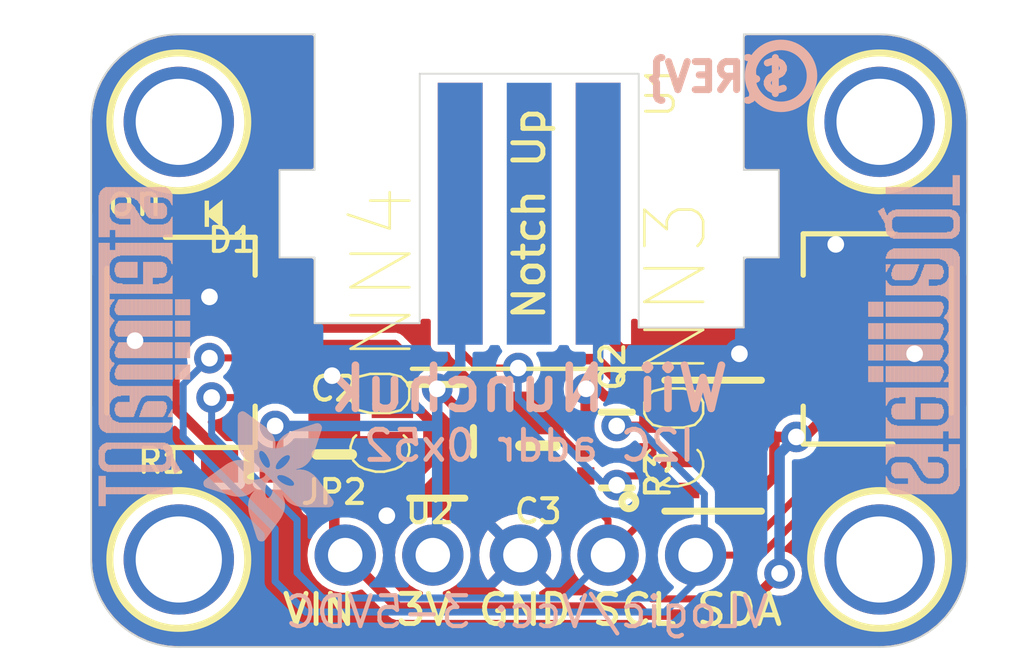
<source format=kicad_pcb>
(kicad_pcb (version 20221018) (generator pcbnew)
  (layers (0 "F.Cu" signal) (31 "B.Cu" signal) (34 "B.Paste" user) (35 "F.Paste" user) (36 "B.SilkS" user "B.Silkscreen") (37 "F.SilkS" user "F.Silkscreen") (38 "B.Mask" user) (39 "F.Mask" user) (44 "Edge.Cuts" user))
  (net 0 "")
  (net 1 "GND")
  (net 2 "SDA")
  (net 3 "SCL")
  (net 4 "SCL_3V")
  (net 5 "SDA_3V")
  (net 6 "3.3V")
  (net 7 "VCC")
  (net 8 "N$1")
  (footprint "working:WIICHUCK" (layer "F.Cu") (at 148.5011 101.3206 -90)
    (fp_text reference "U1" (at -4.445 -3.81 90) (layer "F.SilkS") (effects (font (size 0.801967 0.801967) (thickness 0.087033)) (justify right)))
    (fp_text value "")
    (pad "1" smd rect (at 0 -2 270) (size 7.6 1.3) (layers "F.Cu" "F.Mask") (net 1 "GND"))
    (pad "2" smd rect (at 0 0 90) (size 7.6 1.3) (layers "B.Cu" "B.Mask"))
    (pad "3" smd rect (at 0 2 270) (size 7.6 1.3) (layers "F.Cu" "F.Mask") (net 4 "SCL_3V"))
    (pad "4" smd rect (at 0 2 270) (size 7.6 1.3) (layers "B.Cu" "B.Mask") (net 6 "3.3V"))
    (pad "5" smd rect (at 0 -2 270) (size 7.6 1.3) (layers "B.Cu" "B.Mask") (net 5 "SDA_3V"))
  )
  (footprint "working:FIDUCIAL_1MM" (layer "F.Cu") (at 141.1986 97.2566)
    (fp_text reference "FID3" hide)
    (fp_text value "FIDUCIAL_1MM" hide)
    (pad "1" smd roundrect (at 0 0) (size 1 1) (layers "F.Cu" "F.Mask") (roundrect_rratio 0.5))
  )
  (footprint "working:0603-NO" (layer "F.Cu") (at 140.3731 108.6231 180)
    (fp_text reference "R1" (at 1.778 0.127) (layer "F.SilkS") (effects (font (size 0.692831 0.692831) (thickness 0.119969)) (justify right)))
    (fp_text value "10K")
    (pad "1" smd rect (at -0.85 0 180) (size 1.075 1) (layers "F.Cu" "F.Paste" "F.Mask") (net 6 "3.3V"))
    (pad "2" smd rect (at 0.85 0 180) (size 1.075 1) (layers "F.Cu" "F.Paste" "F.Mask") (net 8 "N$1"))
  )
  (footprint "working:FIDUCIAL_1MM" (layer "F.Cu") (at 155.8036 97.1931)
    (fp_text reference "FID4" hide)
    (fp_text value "FIDUCIAL_1MM" hide)
    (pad "1" smd roundrect (at 0 0) (size 1 1) (layers "F.Cu" "F.Mask") (roundrect_rratio 0.5))
  )
  (footprint "working:1X05_ROUND_70" (layer "F.Cu") (at 148.2471 111.2266)
    (fp_text reference "JP2" (at -6.4262 -1.8288) (layer "F.SilkS") (effects (font (size 0.692831 0.692831) (thickness 0.119969)) (justify left)))
    (fp_text value "")
    (pad "1" thru_hole circle (at -5.08 0 90) (size 1.778 1.778) (drill 1) (layers "*.Cu" "*.Mask") (net 7 "VCC"))
    (pad "2" thru_hole circle (at -2.54 0 90) (size 1.778 1.778) (drill 1) (layers "*.Cu" "*.Mask") (net 6 "3.3V"))
    (pad "3" thru_hole circle (at 0 0 90) (size 1.778 1.778) (drill 1) (layers "*.Cu" "*.Mask") (net 1 "GND"))
    (pad "4" thru_hole circle (at 2.54 0 90) (size 1.778 1.778) (drill 1) (layers "*.Cu" "*.Mask") (net 3 "SCL"))
    (pad "5" thru_hole circle (at 5.08 0 90) (size 1.778 1.778) (drill 1) (layers "*.Cu" "*.Mask") (net 2 "SDA"))
  )
  (footprint "working:SOT363" (layer "F.Cu") (at 151.0411 108.1786 90)
    (fp_text reference "Q2" (at 1.651 -0.127 90) (layer "F.SilkS") (effects (font (size 0.692831 0.692831) (thickness 0.119969)) (justify left)))
    (fp_text value "BSS138")
    (pad "1" smd rect (at -0.75 0.9 90) (size 0.5 0.5) (layers "F.Cu" "F.Paste" "F.Mask") (net 4 "SCL_3V"))
    (pad "2" smd rect (at 0 0.9 90) (size 0.4 0.5) (layers "F.Cu" "F.Paste" "F.Mask") (net 6 "3.3V"))
    (pad "3" smd rect (at 0.75 0.9 90) (size 0.5 0.5) (layers "F.Cu" "F.Paste" "F.Mask") (net 2 "SDA"))
    (pad "4" smd rect (at 0.75 -0.9 90) (size 0.5 0.5) (layers "F.Cu" "F.Paste" "F.Mask") (net 5 "SDA_3V"))
    (pad "5" smd rect (at 0 -0.9 90) (size 0.4 0.5) (layers "F.Cu" "F.Paste" "F.Mask") (net 6 "3.3V"))
    (pad "6" smd rect (at -0.75 -0.9 90) (size 0.5 0.5) (layers "F.Cu" "F.Paste" "F.Mask") (net 3 "SCL"))
  )
  (footprint "working:MOUNTINGHOLE_2.5_PLATED" (layer "F.Cu") (at 158.6611 98.6536)
    (fp_text reference "U$17" hide)
    (fp_text value "MOUNTINGHOLE2.5" hide)
    (pad "P$1" thru_hole circle (at 0 0) (size 3.2 3.2) (drill 2.5) (layers "*.Cu" "*.Mask"))
    (zone (net 0) (net_name "") (layer "F.Cu") (connect_pads (clearance 0)) (min_thickness 0.25)
      (keepout (tracks not_allowed) (vias not_allowed) (pads not_allowed) (copperpour not_allowed) (footprints allowed))
      (fill (thermal_gap 0.5) (thermal_bridge_width 0.5))
      (polygon (pts (xy 160.6771 98.6536) (xy 160.65748 98.373027) (xy 160.599004 98.097915) (xy 160.502808 97.833619) (xy 160.370765 97.585283) (xy 160.205446 97.35774) (xy 160.010067 97.15542) (xy 159.788433 96.98226) (xy 159.544856 96.841631) (xy 159.284078 96.73627) (xy 159.011175 96.668228) (xy 158.731457 96.638828) (xy 158.450371 96.648644) (xy 158.173385 96.697484) (xy 157.905893 96.784397) (xy 157.6531 96.907693) (xy 157.419926 97.06497) (xy 157.210911 97.253169) (xy 157.030122 97.468625) (xy 156.881078 97.707145) (xy 156.76668 97.964087) (xy 156.689154 98.23445) (xy 156.650011 98.512971) (xy 156.650011 98.794229) (xy 156.689154 99.07275) (xy 156.76668 99.343113) (xy 156.881078 99.600055) (xy 157.030122 99.838575) (xy 157.210911 100.054031) (xy 157.419926 100.24223) (xy 157.6531 100.399507) (xy 157.905893 100.522803) (xy 158.173385 100.609716) (xy 158.450371 100.658556) (xy 158.731457 100.668372) (xy 159.011175 100.638972) (xy 159.284078 100.57093) (xy 159.544856 100.465569) (xy 159.788433 100.32494) (xy 160.010067 100.15178) (xy 160.205446 99.94946) (xy 160.370765 99.721917) (xy 160.502808 99.473581) (xy 160.599004 99.209285) (xy 160.65748 98.934173)))
      (polygon (pts (xy 158.6451 98.6536) (xy 158.649786 98.664914) (xy 158.6611 98.6696) (xy 158.672414 98.664914) (xy 158.6771 98.6536) (xy 158.672414 98.642286) (xy 158.6611 98.6376) (xy 158.649786 98.642286)))
    )
    (zone (net 0) (net_name "") (layer "B.Cu") (connect_pads (clearance 0)) (min_thickness 0.25)
      (keepout (tracks not_allowed) (vias not_allowed) (pads not_allowed) (copperpour not_allowed) (footprints allowed))
      (fill (thermal_gap 0.5) (thermal_bridge_width 0.5))
      (polygon (pts (xy 160.6771 98.6536) (xy 160.65748 98.373027) (xy 160.599004 98.097915) (xy 160.502808 97.833619) (xy 160.370765 97.585283) (xy 160.205446 97.35774) (xy 160.010067 97.15542) (xy 159.788433 96.98226) (xy 159.544856 96.841631) (xy 159.284078 96.73627) (xy 159.011175 96.668228) (xy 158.731457 96.638828) (xy 158.450371 96.648644) (xy 158.173385 96.697484) (xy 157.905893 96.784397) (xy 157.6531 96.907693) (xy 157.419926 97.06497) (xy 157.210911 97.253169) (xy 157.030122 97.468625) (xy 156.881078 97.707145) (xy 156.76668 97.964087) (xy 156.689154 98.23445) (xy 156.650011 98.512971) (xy 156.650011 98.794229) (xy 156.689154 99.07275) (xy 156.76668 99.343113) (xy 156.881078 99.600055) (xy 157.030122 99.838575) (xy 157.210911 100.054031) (xy 157.419926 100.24223) (xy 157.6531 100.399507) (xy 157.905893 100.522803) (xy 158.173385 100.609716) (xy 158.450371 100.658556) (xy 158.731457 100.668372) (xy 159.011175 100.638972) (xy 159.284078 100.57093) (xy 159.544856 100.465569) (xy 159.788433 100.32494) (xy 160.010067 100.15178) (xy 160.205446 99.94946) (xy 160.370765 99.721917) (xy 160.502808 99.473581) (xy 160.599004 99.209285) (xy 160.65748 98.934173)))
      (polygon (pts (xy 158.6451 98.6536) (xy 158.649786 98.664914) (xy 158.6611 98.6696) (xy 158.672414 98.664914) (xy 158.6771 98.6536) (xy 158.672414 98.642286) (xy 158.6611 98.6376) (xy 158.649786 98.642286)))
    )
  )
  (footprint "working:0805-NO" (layer "F.Cu") (at 148.7551 108.0516 -90)
    (fp_text reference "C3" (at 1.905 -0.762) (layer "F.SilkS") (effects (font (size 0.692831 0.692831) (thickness 0.119969)) (justify right)))
    (fp_text value "10uF")
    (pad "1" smd rect (at -0.95 0 270) (size 1.24 1.5) (layers "F.Cu" "F.Paste" "F.Mask") (net 6 "3.3V"))
    (pad "2" smd rect (at 0.95 0 270) (size 1.24 1.5) (layers "F.Cu" "F.Paste" "F.Mask") (net 1 "GND"))
  )
  (footprint "working:SOT23-5" (layer "F.Cu") (at 145.8341 107.9246 -90)
    (fp_text reference "U2" (at 2.032 -0.562) (layer "F.SilkS") (effects (font (size 0.692831 0.692831) (thickness 0.119969)) (justify right)))
    (fp_text value "AP2112K-3.3")
    (pad "1" smd rect (at -0.95 1.3001 270) (size 0.55 1.2) (layers "F.Cu" "F.Paste" "F.Mask") (net 7 "VCC"))
    (pad "2" smd rect (at 0 1.3001 270) (size 0.55 1.2) (layers "F.Cu" "F.Paste" "F.Mask") (net 1 "GND"))
    (pad "3" smd rect (at 0.95 1.3001 270) (size 0.55 1.2) (layers "F.Cu" "F.Paste" "F.Mask") (net 7 "VCC"))
    (pad "4" smd rect (at 0.95 -1.3001 270) (size 0.55 1.2) (layers "F.Cu" "F.Paste" "F.Mask"))
    (pad "5" smd rect (at -0.95 -1.3001 270) (size 0.55 1.2) (layers "F.Cu" "F.Paste" "F.Mask") (net 6 "3.3V"))
  )
  (footprint "working:MOUNTINGHOLE_2.5_PLATED" (layer "F.Cu") (at 138.3411 111.3536)
    (fp_text reference "U$19" hide)
    (fp_text value "MOUNTINGHOLE2.5" hide)
    (pad "P$1" thru_hole circle (at 0 0) (size 3.2 3.2) (drill 2.5) (layers "*.Cu" "*.Mask"))
    (zone (net 0) (net_name "") (layer "F.Cu") (connect_pads (clearance 0)) (min_thickness 0.25)
      (keepout (tracks not_allowed) (vias not_allowed) (pads not_allowed) (copperpour not_allowed) (footprints allowed))
      (fill (thermal_gap 0.5) (thermal_bridge_width 0.5))
      (polygon (pts (xy 140.3571 111.3536) (xy 140.33748 111.073027) (xy 140.279004 110.797915) (xy 140.182808 110.533619) (xy 140.050765 110.285283) (xy 139.885446 110.05774) (xy 139.690067 109.85542) (xy 139.468433 109.68226) (xy 139.224856 109.541631) (xy 138.964078 109.43627) (xy 138.691175 109.368228) (xy 138.411457 109.338828) (xy 138.130371 109.348644) (xy 137.853385 109.397484) (xy 137.585893 109.484397) (xy 137.3331 109.607693) (xy 137.099926 109.76497) (xy 136.890911 109.953169) (xy 136.710122 110.168625) (xy 136.561078 110.407145) (xy 136.44668 110.664087) (xy 136.369154 110.93445) (xy 136.330011 111.212971) (xy 136.330011 111.494229) (xy 136.369154 111.77275) (xy 136.44668 112.043113) (xy 136.561078 112.300055) (xy 136.710122 112.538575) (xy 136.890911 112.754031) (xy 137.099926 112.94223) (xy 137.3331 113.099507) (xy 137.585893 113.222803) (xy 137.853385 113.309716) (xy 138.130371 113.358556) (xy 138.411457 113.368372) (xy 138.691175 113.338972) (xy 138.964078 113.27093) (xy 139.224856 113.165569) (xy 139.468433 113.02494) (xy 139.690067 112.85178) (xy 139.885446 112.64946) (xy 140.050765 112.421917) (xy 140.182808 112.173581) (xy 140.279004 111.909285) (xy 140.33748 111.634173)))
      (polygon (pts (xy 138.3251 111.3536) (xy 138.329786 111.364914) (xy 138.3411 111.3696) (xy 138.352414 111.364914) (xy 138.3571 111.3536) (xy 138.352414 111.342286) (xy 138.3411 111.3376) (xy 138.329786 111.342286)))
    )
    (zone (net 0) (net_name "") (layer "B.Cu") (connect_pads (clearance 0)) (min_thickness 0.25)
      (keepout (tracks not_allowed) (vias not_allowed) (pads not_allowed) (copperpour not_allowed) (footprints allowed))
      (fill (thermal_gap 0.5) (thermal_bridge_width 0.5))
      (polygon (pts (xy 140.3571 111.3536) (xy 140.33748 111.073027) (xy 140.279004 110.797915) (xy 140.182808 110.533619) (xy 140.050765 110.285283) (xy 139.885446 110.05774) (xy 139.690067 109.85542) (xy 139.468433 109.68226) (xy 139.224856 109.541631) (xy 138.964078 109.43627) (xy 138.691175 109.368228) (xy 138.411457 109.338828) (xy 138.130371 109.348644) (xy 137.853385 109.397484) (xy 137.585893 109.484397) (xy 137.3331 109.607693) (xy 137.099926 109.76497) (xy 136.890911 109.953169) (xy 136.710122 110.168625) (xy 136.561078 110.407145) (xy 136.44668 110.664087) (xy 136.369154 110.93445) (xy 136.330011 111.212971) (xy 136.330011 111.494229) (xy 136.369154 111.77275) (xy 136.44668 112.043113) (xy 136.561078 112.300055) (xy 136.710122 112.538575) (xy 136.890911 112.754031) (xy 137.099926 112.94223) (xy 137.3331 113.099507) (xy 137.585893 113.222803) (xy 137.853385 113.309716) (xy 138.130371 113.358556) (xy 138.411457 113.368372) (xy 138.691175 113.338972) (xy 138.964078 113.27093) (xy 139.224856 113.165569) (xy 139.468433 113.02494) (xy 139.690067 112.85178) (xy 139.885446 112.64946) (xy 140.050765 112.421917) (xy 140.182808 112.173581) (xy 140.279004 111.909285) (xy 140.33748 111.634173)))
      (polygon (pts (xy 138.3251 111.3536) (xy 138.329786 111.364914) (xy 138.3411 111.3696) (xy 138.352414 111.364914) (xy 138.3571 111.3536) (xy 138.352414 111.342286) (xy 138.3411 111.3376) (xy 138.329786 111.342286)))
    )
  )
  (footprint "working:MOUNTINGHOLE_2.5_PLATED" (layer "F.Cu") (at 158.6611 111.3536)
    (fp_text reference "U$21" hide)
    (fp_text value "MOUNTINGHOLE2.5" hide)
    (pad "P$1" thru_hole circle (at 0 0) (size 3.2 3.2) (drill 2.5) (layers "*.Cu" "*.Mask"))
    (zone (net 0) (net_name "") (layer "F.Cu") (connect_pads (clearance 0)) (min_thickness 0.25)
      (keepout (tracks not_allowed) (vias not_allowed) (pads not_allowed) (copperpour not_allowed) (footprints allowed))
      (fill (thermal_gap 0.5) (thermal_bridge_width 0.5))
      (polygon (pts (xy 160.6771 111.3536) (xy 160.65748 111.073027) (xy 160.599004 110.797915) (xy 160.502808 110.533619) (xy 160.370765 110.285283) (xy 160.205446 110.05774) (xy 160.010067 109.85542) (xy 159.788433 109.68226) (xy 159.544856 109.541631) (xy 159.284078 109.43627) (xy 159.011175 109.368228) (xy 158.731457 109.338828) (xy 158.450371 109.348644) (xy 158.173385 109.397484) (xy 157.905893 109.484397) (xy 157.6531 109.607693) (xy 157.419926 109.76497) (xy 157.210911 109.953169) (xy 157.030122 110.168625) (xy 156.881078 110.407145) (xy 156.76668 110.664087) (xy 156.689154 110.93445) (xy 156.650011 111.212971) (xy 156.650011 111.494229) (xy 156.689154 111.77275) (xy 156.76668 112.043113) (xy 156.881078 112.300055) (xy 157.030122 112.538575) (xy 157.210911 112.754031) (xy 157.419926 112.94223) (xy 157.6531 113.099507) (xy 157.905893 113.222803) (xy 158.173385 113.309716) (xy 158.450371 113.358556) (xy 158.731457 113.368372) (xy 159.011175 113.338972) (xy 159.284078 113.27093) (xy 159.544856 113.165569) (xy 159.788433 113.02494) (xy 160.010067 112.85178) (xy 160.205446 112.64946) (xy 160.370765 112.421917) (xy 160.502808 112.173581) (xy 160.599004 111.909285) (xy 160.65748 111.634173)))
      (polygon (pts (xy 158.6451 111.3536) (xy 158.649786 111.364914) (xy 158.6611 111.3696) (xy 158.672414 111.364914) (xy 158.6771 111.3536) (xy 158.672414 111.342286) (xy 158.6611 111.3376) (xy 158.649786 111.342286)))
    )
    (zone (net 0) (net_name "") (layer "B.Cu") (connect_pads (clearance 0)) (min_thickness 0.25)
      (keepout (tracks not_allowed) (vias not_allowed) (pads not_allowed) (copperpour not_allowed) (footprints allowed))
      (fill (thermal_gap 0.5) (thermal_bridge_width 0.5))
      (polygon (pts (xy 160.6771 111.3536) (xy 160.65748 111.073027) (xy 160.599004 110.797915) (xy 160.502808 110.533619) (xy 160.370765 110.285283) (xy 160.205446 110.05774) (xy 160.010067 109.85542) (xy 159.788433 109.68226) (xy 159.544856 109.541631) (xy 159.284078 109.43627) (xy 159.011175 109.368228) (xy 158.731457 109.338828) (xy 158.450371 109.348644) (xy 158.173385 109.397484) (xy 157.905893 109.484397) (xy 157.6531 109.607693) (xy 157.419926 109.76497) (xy 157.210911 109.953169) (xy 157.030122 110.168625) (xy 156.881078 110.407145) (xy 156.76668 110.664087) (xy 156.689154 110.93445) (xy 156.650011 111.212971) (xy 156.650011 111.494229) (xy 156.689154 111.77275) (xy 156.76668 112.043113) (xy 156.881078 112.300055) (xy 157.030122 112.538575) (xy 157.210911 112.754031) (xy 157.419926 112.94223) (xy 157.6531 113.099507) (xy 157.905893 113.222803) (xy 158.173385 113.309716) (xy 158.450371 113.358556) (xy 158.731457 113.368372) (xy 159.011175 113.338972) (xy 159.284078 113.27093) (xy 159.544856 113.165569) (xy 159.788433 113.02494) (xy 160.010067 112.85178) (xy 160.205446 112.64946) (xy 160.370765 112.421917) (xy 160.502808 112.173581) (xy 160.599004 111.909285) (xy 160.65748 111.634173)))
      (polygon (pts (xy 158.6451 111.3536) (xy 158.649786 111.364914) (xy 158.6611 111.3696) (xy 158.672414 111.364914) (xy 158.6771 111.3536) (xy 158.672414 111.342286) (xy 158.6611 111.3376) (xy 158.649786 111.342286)))
    )
  )
  (footprint "working:0805-NO" (layer "F.Cu") (at 142.8496 108.3056 90)
    (fp_text reference "C2" (at 1.905 -0.762) (layer "F.SilkS") (effects (font (size 0.692831 0.692831) (thickness 0.119969)) (justify left)))
    (fp_text value "10uF")
    (pad "1" smd rect (at -0.95 0 90) (size 1.24 1.5) (layers "F.Cu" "F.Paste" "F.Mask") (net 7 "VCC"))
    (pad "2" smd rect (at 0.95 0 90) (size 1.24 1.5) (layers "F.Cu" "F.Paste" "F.Mask") (net 1 "GND"))
  )
  (footprint "working:MOUNTINGHOLE_2.5_PLATED" (layer "F.Cu") (at 138.3411 98.6536)
    (fp_text reference "U$1" hide)
    (fp_text value "MOUNTINGHOLE2.5" hide)
    (pad "P$1" thru_hole circle (at 0 0) (size 3.2 3.2) (drill 2.5) (layers "*.Cu" "*.Mask"))
    (zone (net 0) (net_name "") (layer "F.Cu") (connect_pads (clearance 0)) (min_thickness 0.25)
      (keepout (tracks not_allowed) (vias not_allowed) (pads not_allowed) (copperpour not_allowed) (footprints allowed))
      (fill (thermal_gap 0.5) (thermal_bridge_width 0.5))
      (polygon (pts (xy 140.3571 98.6536) (xy 140.33748 98.373027) (xy 140.279004 98.097915) (xy 140.182808 97.833619) (xy 140.050765 97.585283) (xy 139.885446 97.35774) (xy 139.690067 97.15542) (xy 139.468433 96.98226) (xy 139.224856 96.841631) (xy 138.964078 96.73627) (xy 138.691175 96.668228) (xy 138.411457 96.638828) (xy 138.130371 96.648644) (xy 137.853385 96.697484) (xy 137.585893 96.784397) (xy 137.3331 96.907693) (xy 137.099926 97.06497) (xy 136.890911 97.253169) (xy 136.710122 97.468625) (xy 136.561078 97.707145) (xy 136.44668 97.964087) (xy 136.369154 98.23445) (xy 136.330011 98.512971) (xy 136.330011 98.794229) (xy 136.369154 99.07275) (xy 136.44668 99.343113) (xy 136.561078 99.600055) (xy 136.710122 99.838575) (xy 136.890911 100.054031) (xy 137.099926 100.24223) (xy 137.3331 100.399507) (xy 137.585893 100.522803) (xy 137.853385 100.609716) (xy 138.130371 100.658556) (xy 138.411457 100.668372) (xy 138.691175 100.638972) (xy 138.964078 100.57093) (xy 139.224856 100.465569) (xy 139.468433 100.32494) (xy 139.690067 100.15178) (xy 139.885446 99.94946) (xy 140.050765 99.721917) (xy 140.182808 99.473581) (xy 140.279004 99.209285) (xy 140.33748 98.934173)))
      (polygon (pts (xy 138.3251 98.6536) (xy 138.329786 98.664914) (xy 138.3411 98.6696) (xy 138.352414 98.664914) (xy 138.3571 98.6536) (xy 138.352414 98.642286) (xy 138.3411 98.6376) (xy 138.329786 98.642286)))
    )
    (zone (net 0) (net_name "") (layer "B.Cu") (connect_pads (clearance 0)) (min_thickness 0.25)
      (keepout (tracks not_allowed) (vias not_allowed) (pads not_allowed) (copperpour not_allowed) (footprints allowed))
      (fill (thermal_gap 0.5) (thermal_bridge_width 0.5))
      (polygon (pts (xy 140.3571 98.6536) (xy 140.33748 98.373027) (xy 140.279004 98.097915) (xy 140.182808 97.833619) (xy 140.050765 97.585283) (xy 139.885446 97.35774) (xy 139.690067 97.15542) (xy 139.468433 96.98226) (xy 139.224856 96.841631) (xy 138.964078 96.73627) (xy 138.691175 96.668228) (xy 138.411457 96.638828) (xy 138.130371 96.648644) (xy 137.853385 96.697484) (xy 137.585893 96.784397) (xy 137.3331 96.907693) (xy 137.099926 97.06497) (xy 136.890911 97.253169) (xy 136.710122 97.468625) (xy 136.561078 97.707145) (xy 136.44668 97.964087) (xy 136.369154 98.23445) (xy 136.330011 98.512971) (xy 136.330011 98.794229) (xy 136.369154 99.07275) (xy 136.44668 99.343113) (xy 136.561078 99.600055) (xy 136.710122 99.838575) (xy 136.890911 100.054031) (xy 137.099926 100.24223) (xy 137.3331 100.399507) (xy 137.585893 100.522803) (xy 137.853385 100.609716) (xy 138.130371 100.658556) (xy 138.411457 100.668372) (xy 138.691175 100.638972) (xy 138.964078 100.57093) (xy 139.224856 100.465569) (xy 139.468433 100.32494) (xy 139.690067 100.15178) (xy 139.885446 99.94946) (xy 140.050765 99.721917) (xy 140.182808 99.473581) (xy 140.279004 99.209285) (xy 140.33748 98.934173)))
      (polygon (pts (xy 138.3251 98.6536) (xy 138.329786 98.664914) (xy 138.3411 98.6696) (xy 138.352414 98.664914) (xy 138.3571 98.6536) (xy 138.352414 98.642286) (xy 138.3411 98.6376) (xy 138.329786 98.642286)))
    )
  )
  (footprint "working:CHIPLED_0603_NOOUTLINE" (layer "F.Cu") (at 139.3571 101.3206 90)
    (fp_text reference "D1" (at -0.762 1.27) (layer "F.SilkS") (effects (font (size 0.692831 0.692831) (thickness 0.119969)) (justify right)))
    (fp_text value "GREEN")
    (pad "A" smd rect (at 0 0.75 90) (size 0.8 0.8) (layers "F.Cu" "F.Paste" "F.Mask") (net 8 "N$1"))
    (pad "C" smd rect (at 0 -0.75 90) (size 0.8 0.8) (layers "F.Cu" "F.Paste" "F.Mask") (net 1 "GND"))
  )
  (footprint "working:JST_SH4" (layer "F.Cu") (at 138.3411 105.0036 -90)
    (fp_text reference "CONN4" (at -4.6 -5.9 90) (layer "F.SilkS") (effects (font (size 1.703222 1.703222) (thickness 0.074778)) (justify right)))
    (fp_text value "STEMMA_I2C_QT" hide)
    (pad "1" smd rect (at -1.5 -2.514) (size 1.55 0.6) (layers "F.Cu" "F.Paste" "F.Mask") (net 1 "GND"))
    (pad "2" smd rect (at -0.5 -2.514) (size 1.55 0.6) (layers "F.Cu" "F.Paste" "F.Mask") (net 7 "VCC"))
    (pad "3" smd rect (at 0.5 -2.514) (size 1.55 0.6) (layers "F.Cu" "F.Paste" "F.Mask") (net 2 "SDA"))
    (pad "4" smd rect (at 1.5 -2.514) (size 1.55 0.6) (layers "F.Cu" "F.Paste" "F.Mask") (net 3 "SCL"))
    (pad "MT1" smd rect (at -2.8 1.386) (size 1.8 1.2) (layers "F.Cu" "F.Paste" "F.Mask") (net 1 "GND"))
    (pad "MT2" smd rect (at 2.8 1.386) (size 1.8 1.2) (layers "F.Cu" "F.Paste" "F.Mask") (net 1 "GND"))
  )
  (footprint "working:RESPACK_4X0603" (layer "F.Cu") (at 153.8351 108.0516 90)
    (fp_text reference "R3" (at -1.6 -1.6 90) (layer "F.SilkS") (effects (font (size 0.692831 0.692831) (thickness 0.119969)) (justify left)))
    (fp_text value "10K")
    (pad "1" smd rect (at -1.3 0.85 90) (size 0.45 0.9) (layers "F.Cu" "F.Paste" "F.Mask") (net 7 "VCC"))
    (pad "2" smd rect (at -0.4 0.85 90) (size 0.45 0.9) (layers "F.Cu" "F.Paste" "F.Mask") (net 6 "3.3V"))
    (pad "3" smd rect (at 0.4 0.85 90) (size 0.45 0.9) (layers "F.Cu" "F.Paste" "F.Mask") (net 7 "VCC"))
    (pad "4" smd rect (at 1.3 0.85 90) (size 0.45 0.9) (layers "F.Cu" "F.Paste" "F.Mask") (net 6 "3.3V"))
    (pad "5" smd rect (at 1.3 -0.85 90) (size 0.45 0.9) (layers "F.Cu" "F.Paste" "F.Mask") (net 5 "SDA_3V"))
    (pad "6" smd rect (at 0.4 -0.85 90) (size 0.45 0.9) (layers "F.Cu" "F.Paste" "F.Mask") (net 2 "SDA"))
    (pad "7" smd rect (at -0.4 -0.85 90) (size 0.45 0.9) (layers "F.Cu" "F.Paste" "F.Mask") (net 4 "SCL_3V"))
    (pad "8" smd rect (at -1.3 -0.85 90) (size 0.45 0.9) (layers "F.Cu" "F.Paste" "F.Mask") (net 3 "SCL"))
  )
  (footprint "working:JST_SH4" (layer "F.Cu") (at 158.6611 105.0036 90)
    (fp_text reference "CONN3" (at -4.6 -5.9 90) (layer "F.SilkS") (effects (font (size 1.703222 1.703222) (thickness 0.074778)) (justify left)))
    (fp_text value "STEMMA_I2C_QT" hide)
    (pad "1" smd rect (at -1.5 -2.514 180) (size 1.55 0.6) (layers "F.Cu" "F.Paste" "F.Mask") (net 1 "GND"))
    (pad "2" smd rect (at -0.5 -2.514 180) (size 1.55 0.6) (layers "F.Cu" "F.Paste" "F.Mask") (net 7 "VCC"))
    (pad "3" smd rect (at 0.5 -2.514 180) (size 1.55 0.6) (layers "F.Cu" "F.Paste" "F.Mask") (net 2 "SDA"))
    (pad "4" smd rect (at 1.5 -2.514 180) (size 1.55 0.6) (layers "F.Cu" "F.Paste" "F.Mask") (net 3 "SCL"))
    (pad "MT1" smd rect (at -2.8 1.386 180) (size 1.8 1.2) (layers "F.Cu" "F.Paste" "F.Mask") (net 1 "GND"))
    (pad "MT2" smd rect (at 2.8 1.386 180) (size 1.8 1.2) (layers "F.Cu" "F.Paste" "F.Mask") (net 1 "GND"))
  )
  (footprint "working:STEMMAQT" (layer "B.Cu") (at 158.3436 109.4486 90)
    (fp_text reference "U$30" hide)
    (fp_text value "" hide)
  )
  (footprint "working:STEMMAQT" (layer "B.Cu") (at 138.6586 100.5586 -90)
    (fp_text reference "U$31" hide)
    (fp_text value "" hide)
  )
  (footprint "working:PCBFEAT-REV-040" (layer "B.Cu") (at 155.8036 97.3201 180)
    (fp_text reference "U$25" hide)
    (fp_text value "" hide)
    (fp_text user "${REV}" (at -0.3556 -0.508) (layer "B.SilkS") (effects (font (size 0.8128 0.8128) (thickness 0.2032)) (justify left bottom mirror)))
  )
  (footprint "working:ADAFRUIT_3.5MM" (layer "B.Cu") (at 142.8496 107.0356 -90)
    (fp_text reference "U$22" hide)
    (fp_text value "" hide)
  )
  (gr_line (start 142.2781 96.1136) (end 138.3411 96.1136) (stroke (width 0.05)) (layer "Edge.Cuts"))
  (gr_line (start 154.7241 96.1136) (end 154.7241 100.0506) (stroke (width 0.05)) (layer "Edge.Cuts"))
  (gr_line (start 142.2781 104.4956) (end 142.2781 102.5906) (stroke (width 0.05)) (layer "Edge.Cuts"))
  (gr_arc (start 135.8011 98.6536) (mid 136.545049 96.857549) (end 138.3411 96.1136) (stroke (width 0.05)) (layer "Edge.Cuts"))
  (gr_line (start 151.6761 104.6226) (end 151.6761 97.2566) (stroke (width 0.05)) (layer "Edge.Cuts"))
  (gr_line (start 141.2621 100.0506) (end 142.2781 100.0506) (stroke (width 0.05)) (layer "Edge.Cuts"))
  (gr_arc (start 158.6611 96.1136) (mid 160.457151 96.857549) (end 161.2011 98.6536) (stroke (width 0.05)) (layer "Edge.Cuts"))
  (gr_line (start 135.8011 98.6536) (end 135.8011 111.3536) (stroke (width 0.05)) (layer "Edge.Cuts"))
  (gr_line (start 154.7241 102.5906) (end 154.7241 104.6226) (stroke (width 0.05)) (layer "Edge.Cuts"))
  (gr_line (start 155.7401 100.0506) (end 155.7401 102.5906) (stroke (width 0.05)) (layer "Edge.Cuts"))
  (gr_line (start 138.3411 113.8936) (end 158.6611 113.8936) (stroke (width 0.05)) (layer "Edge.Cuts"))
  (gr_line (start 155.7401 102.5906) (end 154.7241 102.5906) (stroke (width 0.05)) (layer "Edge.Cuts"))
  (gr_line (start 161.2011 111.3536) (end 161.2011 98.6536) (stroke (width 0.05)) (layer "Edge.Cuts"))
  (gr_arc (start 138.3411 113.8936) (mid 136.545049 113.149651) (end 135.8011 111.3536) (stroke (width 0.05)) (layer "Edge.Cuts"))
  (gr_line (start 142.2781 100.0506) (end 142.2781 96.1136) (stroke (width 0.05)) (layer "Edge.Cuts"))
  (gr_line (start 142.2781 102.5906) (end 141.2621 102.5906) (stroke (width 0.05)) (layer "Edge.Cuts"))
  (gr_line (start 141.2621 102.5906) (end 141.2621 100.0506) (stroke (width 0.05)) (layer "Edge.Cuts"))
  (gr_line (start 145.3261 97.2566) (end 145.3261 104.4956) (stroke (width 0.05)) (layer "Edge.Cuts"))
  (gr_line (start 154.7241 104.6226) (end 151.6761 104.6226) (stroke (width 0.05)) (layer "Edge.Cuts"))
  (gr_arc (start 161.2011 111.3536) (mid 160.457151 113.149651) (end 158.6611 113.8936) (stroke (width 0.05)) (layer "Edge.Cuts"))
  (gr_line (start 151.6761 97.2566) (end 145.3261 97.2566) (stroke (width 0.05)) (layer "Edge.Cuts"))
  (gr_line (start 158.6611 96.1136) (end 154.7241 96.1136) (stroke (width 0.05)) (layer "Edge.Cuts"))
  (gr_line (start 154.7241 100.0506) (end 155.7401 100.0506) (stroke (width 0.05)) (layer "Edge.Cuts"))
  (gr_line (start 145.3261 104.4956) (end 142.2781 104.4956) (stroke (width 0.05)) (layer "Edge.Cuts"))
  (gr_text "I2C addr 0x52" (at 148.5011 108.0516) (layer "B.SilkS") (effects (font (size 0.87376 0.87376) (thickness 0.14224)) (justify mirror)))
  (gr_text "Wii Nunchuk" (at 148.5011 106.4006) (layer "B.SilkS") (effects (font (size 1.25222 1.25222) (thickness 0.22098)) (justify mirror)))
  (gr_text "VLogic/Vcc: 3-5VDC" (at 148.4376 112.8776) (layer "B.SilkS") (effects (font (size 0.89408 0.89408) (thickness 0.12192)) (justify mirror)))
  (gr_text "on" (at 136.1821 101.4476) (layer "F.SilkS") (effects (font (size 0.89408 0.89408) (thickness 0.12192)) (justify left bottom)))
  (gr_text "SCL" (at 151.5491 112.8141) (layer "F.SilkS") (effects (font (size 0.87376 0.87376) (thickness 0.14224))))
  (gr_text "3V" (at 145.4531 112.8141) (layer "F.SilkS") (effects (font (size 0.87376 0.87376) (thickness 0.14224))))
  (gr_text "GND" (at 148.3741 112.8141) (layer "F.SilkS") (effects (font (size 0.87376 0.87376) (thickness 0.14224))))
  (gr_text "SDA" (at 154.5971 112.8141) (layer "F.SilkS") (effects (font (size 0.87376 0.87376) (thickness 0.14224))))
  (gr_text "VIN" (at 142.4051 112.8141) (layer "F.SilkS") (effects (font (size 0.87376 0.87376) (thickness 0.14224))))
  (gr_text "Notch Up" (at 148.5011 101.3206 90) (layer "F.SilkS") (effects (font (size 0.87376 0.87376) (thickness 0.14224))))
  (segment (start 155.3717 106.1592) (end 155.224806 106.1592) (width 0.3048) (layer "F.Cu") (net 1))
  (segment (start 138.6071 101.3206) (end 137.7241 102.2036) (width 0.3048) (layer "F.Cu") (net 1))
  (segment (start 144.534 107.9246) (end 143.4186 107.9246) (width 0.3048) (layer "F.Cu") (net 1))
  (segment (start 137.7241 102.2036) (end 136.9551 102.2036) (width 0.3048) (layer "F.Cu") (net 1))
  (segment (start 150.5011 104.5906) (end 151.1681 105.2576) (width 0.3048) (layer "F.Cu") (net 1))
  (segment (start 150.5011 101.3206) (end 150.5011 104.5906) (width 0.3048) (layer "F.Cu") (net 1))
  (segment (start 143.4186 107.9246) (end 142.8496 107.3556) (width 0.3048) (layer "F.Cu") (net 1))
  (segment (start 153.9621 105.2576) (end 154.0891 105.1306) (width 0.3048) (layer "F.Cu") (net 1))
  (segment (start 155.0165 105.950893) (end 155.0165 105.804) (width 0.3048) (layer "F.Cu") (net 1))
  (segment (start 151.1681 105.2576) (end 153.9621 105.2576) (width 0.3048) (layer "F.Cu") (net 1))
  (segment (start 154.3431 105.1306) (end 154.5971 105.3846) (width 0.3048) (layer "F.Cu") (net 1))
  (segment (start 155.224806 106.1592) (end 155.0165 105.950893) (width 0.3048) (layer "F.Cu") (net 1))
  (segment (start 155.0165 105.804) (end 154.5971 105.3846) (width 0.3048) (layer "F.Cu") (net 1))
  (segment (start 155.7161 106.5036) (end 155.3717 106.1592) (width 0.3048) (layer "F.Cu") (net 1))
  (segment (start 154.0891 105.1306) (end 154.3431 105.1306) (width 0.3048) (layer "F.Cu") (net 1))
  (segment (start 156.1471 106.5036) (end 155.7161 106.5036) (width 0.3048) (layer "F.Cu") (net 1))
  (via (at 142.7861 106.0196) (size 0.889) (drill 0.4826) (layers "F.Cu" "B.Cu") (net 1))
  (via (at 154.5971 105.3846) (size 0.889) (drill 0.4826) (layers "F.Cu" "B.Cu") (net 1))
  (via (at 157.3911 102.2096) (size 0.889) (drill 0.4826) (layers "F.Cu" "B.Cu") (net 1))
  (via (at 144.3736 110.0836) (size 0.889) (drill 0.4826) (layers "F.Cu" "B.Cu") (net 1))
  (via (at 159.6771 105.3846) (size 0.889) (drill 0.4826) (layers "F.Cu" "B.Cu") (net 1))
  (via (at 137.0711 105.0036) (size 0.889) (drill 0.4826) (layers "F.Cu" "B.Cu") (net 1))
  (via (at 139.2301 103.7336) (size 0.889) (drill 0.4826) (layers "F.Cu" "B.Cu") (net 1))
  (segment (start 139.2381 105.5036) (end 139.2301 105.5116) (width 0.2032) (layer "F.Cu") (net 2))
  (segment (start 157.8991 107.8992) (end 154.5717 111.2266) (width 0.2032) (layer "F.Cu") (net 2))
  (segment (start 151.8896 107.4801) (end 151.0388 107.4801) (width 0.254) (layer "F.Cu") (net 2))
  (segment (start 157.3991 104.5036) (end 157.8991 105.0036) (width 0.2032) (layer "F.Cu") (net 2))
  (segment (start 156.1471 104.5036) (end 157.3991 104.5036) (width 0.2032) (layer "F.Cu") (net 2))
  (segment (start 152.7621 107.4286) (end 152.9851 107.6516) (width 0.3048) (layer "F.Cu") (net 2))
  (segment (start 151.9411 107.4286) (end 151.8896 107.4801) (width 0.254) (layer "F.Cu") (net 2))
  (segment (start 154.5717 111.2266) (end 153.3271 111.2266) (width 0.2032) (layer "F.Cu") (net 2))
  (segment (start 151.9411 107.4286) (end 152.7621 107.4286) (width 0.3048) (layer "F.Cu") (net 2))
  (segment (start 157.8991 105.0036) (end 157.8991 107.8992) (width 0.2032) (layer "F.Cu") (net 2))
  (segment (start 140.8551 105.5036) (end 139.2381 105.5036) (width 0.2032) (layer "F.Cu") (net 2))
  (via (at 139.2301 105.5116) (size 0.889) (drill 0.4826) (layers "F.Cu" "B.Cu") (net 2))
  (via (at 151.0388 107.4801) (size 0.889) (drill 0.4826) (layers "F.Cu" "B.Cu") (net 2))
  (segment (start 138.4681 106.2736) (end 138.4681 107.7976) (width 0.2032) (layer "B.Cu") (net 2))
  (segment (start 142.0241 112.8776) (end 152.4381 112.8776) (width 0.2032) (layer "B.Cu") (net 2))
  (segment (start 153.5811 109.4509) (end 153.5811 110.9726) (width 0.2032) (layer "B.Cu") (net 2))
  (segment (start 139.2301 105.5116) (end 138.4681 106.2736) (width 0.2032) (layer "B.Cu") (net 2))
  (segment (start 138.4681 107.7976) (end 141.1351 110.4646) (width 0.2032) (layer "B.Cu") (net 2))
  (segment (start 152.4381 112.8776) (end 153.3271 111.9886) (width 0.2032) (layer "B.Cu") (net 2))
  (segment (start 151.6103 107.4801) (end 151.0388 107.4801) (width 0.2032) (layer "B.Cu") (net 2))
  (segment (start 153.3271 111.9886) (end 153.3271 111.2266) (width 0.2032) (layer "B.Cu") (net 2))
  (segment (start 153.5811 110.9726) (end 153.3271 111.2266) (width 0.2032) (layer "B.Cu") (net 2))
  (segment (start 153.5811 109.4509) (end 151.6103 107.4801) (width 0.2032) (layer "B.Cu") (net 2))
  (segment (start 141.1351 110.4646) (end 141.1351 111.9886) (width 0.2032) (layer "B.Cu") (net 2))
  (segment (start 141.1351 111.9886) (end 142.0241 112.8776) (width 0.2032) (layer "B.Cu") (net 2))
  (segment (start 152.6621 109.3516) (end 150.7871 111.2266) (width 0.2032) (layer "F.Cu") (net 3))
  (segment (start 153.9621 112.4966) (end 158.5341 107.9246) (width 0.2032) (layer "F.Cu") (net 3))
  (segment (start 150.1411 109.5646) (end 150.1411 108.9286) (width 0.2032) (layer "F.Cu") (net 3))
  (segment (start 150.7871 111.2266) (end 152.0571 112.4966) (width 0.2032) (layer "F.Cu") (net 3))
  (segment (start 156.3771 103.7336) (end 156.1471 103.5036) (width 0.2032) (layer "F.Cu") (net 3))
  (segment (start 158.5341 107.9246) (end 158.5341 104.6226) (width 0.2032) (layer "F.Cu") (net 3))
  (segment (start 158.5341 104.6226) (end 157.6451 103.7336) (width 0.2032) (layer "F.Cu") (net 3))
  (segment (start 152.0571 112.4966) (end 153.9621 112.4966) (width 0.2032) (layer "F.Cu") (net 3))
  (segment (start 150.7871 110.2106) (end 150.1411 109.5646) (width 0.2032) (layer "F.Cu") (net 3))
  (segment (start 157.6451 103.7336) (end 156.3771 103.7336) (width 0.2032) (layer "F.Cu") (net 3))
  (segment (start 140.7041 106.6546) (end 139.2936 106.6546) (width 0.2032) (layer "F.Cu") (net 3))
  (segment (start 150.7871 111.2266) (end 150.7871 110.2106) (width 0.2032) (layer "F.Cu") (net 3))
  (segment (start 152.9851 109.3516) (end 152.6621 109.3516) (width 0.2032) (layer "F.Cu") (net 3))
  (segment (start 140.8551 106.5036) (end 140.7041 106.6546) (width 0.2032) (layer "F.Cu") (net 3))
  (via (at 139.2936 106.6546) (size 0.889) (drill 0.4826) (layers "F.Cu" "B.Cu") (net 3))
  (segment (start 141.7701 111.7346) (end 142.5067 112.4712) (width 0.2032) (layer "B.Cu") (net 3))
  (segment (start 139.2936 106.6546) (end 139.2936 107.7341) (width 0.2032) (layer "B.Cu") (net 3))
  (segment (start 139.2936 107.7341) (end 141.7701 110.2106) (width 0.2032) (layer "B.Cu") (net 3))
  (segment (start 141.7701 110.2106) (end 141.7701 111.7346) (width 0.2032) (layer "B.Cu") (net 3))
  (segment (start 142.5067 112.4712) (end 149.5425 112.4712) (width 0.2032) (layer "B.Cu") (net 3))
  (segment (start 149.5425 112.4712) (end 150.7871 111.2266) (width 0.2032) (layer "B.Cu") (net 3))
  (segment (start 151.3071 108.9286) (end 151.9411 108.9286) (width 0.2032) (layer "F.Cu") (net 4))
  (segment (start 151.0411 109.1946) (end 151.3071 108.9286) (width 0.2032) (layer "F.Cu") (net 4))
  (segment (start 152.07215 108.9286) (end 152.54915 108.4516) (width 0.2032) (layer "F.Cu") (net 4))
  (segment (start 151.9411 108.9286) (end 152.07215 108.9286) (width 0.2032) (layer "F.Cu") (net 4))
  (segment (start 146.5011 101.3206) (end 146.5011 105.2896) (width 0.2032) (layer "F.Cu") (net 4))
  (segment (start 152.54915 108.4516) (end 152.9851 108.4516) (width 0.2032) (layer "F.Cu") (net 4))
  (segment (start 148.1836 105.7979) (end 147.0094 105.7979) (width 0.2032) (layer "F.Cu") (net 4))
  (segment (start 146.5011 105.2896) (end 147.0094 105.7979) (width 0.2032) (layer "F.Cu") (net 4))
  (via (at 151.0411 109.1946) (size 0.889) (drill 0.4826) (layers "F.Cu" "B.Cu") (net 4))
  (via (at 148.1836 105.7979) (size 0.889) (drill 0.4826) (layers "F.Cu" "B.Cu") (net 4))
  (segment (start 150.6913 109.1946) (end 151.0411 109.1946) (width 0.2032) (layer "B.Cu") (net 4))
  (segment (start 150.6913 109.1946) (end 148.1836 106.6869) (width 0.2032) (layer "B.Cu") (net 4))
  (segment (start 148.1836 105.7979) (end 148.1836 106.6869) (width 0.2032) (layer "B.Cu") (net 4))
  (segment (start 150.1521 106.4006) (end 150.1411 106.4116) (width 0.3048) (layer "F.Cu") (net 5))
  (segment (start 150.1411 106.4116) (end 150.1411 107.4286) (width 0.3048) (layer "F.Cu") (net 5))
  (segment (start 152.8581 106.6246) (end 150.6991 106.6246) (width 0.3048) (layer "F.Cu") (net 5))
  (segment (start 152.9851 106.7516) (end 152.8581 106.6246) (width 0.3048) (layer "F.Cu") (net 5))
  (segment (start 150.6991 106.6246) (end 150.4751 106.4006) (width 0.3048) (layer "F.Cu") (net 5))
  (segment (start 150.4751 106.4006) (end 150.1521 106.4006) (width 0.3048) (layer "F.Cu") (net 5))
  (via (at 150.1521 106.4006) (size 0.889) (drill 0.4826) (layers "F.Cu" "B.Cu") (net 5))
  (segment (start 150.5011 106.0516) (end 150.1521 106.4006) (width 0.3048) (layer "B.Cu") (net 5))
  (segment (start 150.5011 101.3206) (end 150.5011 106.0516) (width 0.3048) (layer "B.Cu") (net 5))
  (segment (start 151.3696 108.3691) (end 150.5856 108.3691) (width 0.254) (layer "F.Cu") (net 6))
  (segment (start 154.4927 106.944) (end 154.087806 106.944) (width 0.3048) (layer "F.Cu") (net 6))
  (segment (start 151.5601 108.1786) (end 151.3696 108.3691) (width 0.254) (layer "F.Cu") (net 6))
  (segment (start 141.2231 108.6231) (end 141.2231 107.5681) (width 0.3048) (layer "F.Cu") (net 6))
  (segment (start 150.5856 108.3691) (end 150.3951 108.1786) (width 0.254) (layer "F.Cu") (net 6))
  (segment (start 146.4081 106.9746) (end 147.1342 106.9746) (width 0.3048) (layer "F.Cu") (net 6))
  (segment (start 149.4339 107.815375) (end 149.797125 108.1786) (width 0.254) (layer "F.Cu") (net 6))
  (segment (start 150.3951 108.1786) (end 150.1411 108.1786) (width 0.254) (layer "F.Cu") (net 6))
  (segment (start 154.087806 106.944) (end 153.8351 107.196706) (width 0.3048) (layer "F.Cu") (net 6))
  (segment (start 154.6851 106.7516) (end 154.4927 106.944) (width 0.3048) (layer "F.Cu") (net 6))
  (segment (start 150.939525 106.0196) (end 150.459625 105.5397) (width 0.3048) (layer "F.Cu") (net 6))
  (segment (start 154.2351 108.4516) (end 154.6851 108.4516) (width 0.3048) (layer "F.Cu") (net 6))
  (segment (start 151.9411 108.1786) (end 151.5601 108.1786) (width 0.254) (layer "F.Cu") (net 6))
  (segment (start 150.459625 105.5397) (end 149.6795 105.5397) (width 0.3048) (layer "F.Cu") (net 6))
  (segment (start 141.2231 107.5681) (end 141.1351 107.4801) (width 0.3048) (layer "F.Cu") (net 6))
  (segment (start 148.7551 107.1016) (end 149.4339 107.7804) (width 0.254) (layer "F.Cu") (net 6))
  (segment (start 147.2612 107.1016) (end 148.7551 107.1016) (width 0.254) (layer "F.Cu") (net 6))
  (segment (start 153.8351 108.0516) (end 154.2351 108.4516) (width 0.3048) (layer "F.Cu") (net 6))
  (segment (start 149.797125 108.1786) (end 150.1411 108.1786) (width 0.254) (layer "F.Cu") (net 6))
  (segment (start 149.6795 105.5397) (end 148.7551 106.4641) (width 0.3048) (layer "F.Cu") (net 6))
  (segment (start 148.7551 106.4641) (end 148.7551 107.1016) (width 0.3048) (layer "F.Cu") (net 6))
  (segment (start 145.8341 106.4006) (end 146.4081 106.9746) (width 0.3048) (layer "F.Cu") (net 6))
  (segment (start 153.8351 107.196706) (end 153.8351 108.0516) (width 0.3048) (layer "F.Cu") (net 6))
  (segment (start 149.4339 107.7804) (end 149.4339 107.815375) (width 0.254) (layer "F.Cu") (net 6))
  (segment (start 154.6851 106.7516) (end 153.9531 106.0196) (width 0.3048) (layer "F.Cu") (net 6))
  (segment (start 153.9531 106.0196) (end 150.939525 106.0196) (width 0.3048) (layer "F.Cu") (net 6))
  (segment (start 147.1342 106.9746) (end 147.2612 107.1016) (width 0.254) (layer "F.Cu") (net 6))
  (via (at 141.1351 107.4801) (size 0.889) (drill 0.4826) (layers "F.Cu" "B.Cu") (net 6))
  (via (at 145.8341 106.4006) (size 0.889) (drill 0.4826) (layers "F.Cu" "B.Cu") (net 6))
  (segment (start 145.8341 106.4006) (end 145.8341 107.4801) (width 0.3048) (layer "B.Cu") (net 6))
  (segment (start 145.8341 111.0996) (end 145.7071 111.2266) (width 0.3048) (layer "B.Cu") (net 6))
  (segment (start 146.5011 101.3206) (end 146.5011 105.7336) (width 0.3048) (layer "B.Cu") (net 6))
  (segment (start 145.8341 107.4801) (end 145.8341 111.0996) (width 0.3048) (layer "B.Cu") (net 6))
  (segment (start 146.5011 105.7336) (end 145.8341 106.4006) (width 0.3048) (layer "B.Cu") (net 6))
  (segment (start 141.1351 107.4801) (end 145.8341 107.4801) (width 0.3048) (layer "B.Cu") (net 6))
  (segment (start 151.867718 112.9538) (end 154.564575 112.9538) (width 0.3048) (layer "F.Cu") (net 7))
  (segment (start 155.2021 109.3516) (end 155.6131 108.9406) (width 0.3048) (layer "F.Cu") (net 7))
  (segment (start 145.2651 108.8746) (end 144.534 108.8746) (width 0.3048) (layer "F.Cu") (net 7))
  (segment (start 157.3911 106.897018) (end 156.490518 107.7976) (width 0.3048) (layer "F.Cu") (net 7))
  (segment (start 155.4671 107.6516) (end 154.6851 107.6516) (width 0.3048) (layer "F.Cu") (net 7))
  (segment (start 155.6131 107.7976) (end 155.4671 107.6516) (width 0.3048) (layer "F.Cu") (net 7))
  (segment (start 142.8496 110.9091) (end 142.8496 109.2556) (width 0.3048) (layer "F.Cu") (net 7))
  (segment (start 142.1511 105.1306) (end 144.592994 105.1306) (width 0.3048) (layer "F.Cu") (net 7))
  (segment (start 144.915 106.7206) (end 144.661 106.9746) (width 0.3048) (layer "F.Cu") (net 7))
  (segment (start 157.3911 105.8926) (end 157.3911 106.897018) (width 0.3048) (layer "F.Cu") (net 7))
  (segment (start 154.6851 109.3516) (end 155.2021 109.3516) (width 0.3048) (layer "F.Cu") (net 7))
  (segment (start 157.0021 105.5036) (end 157.3911 105.8926) (width 0.3048) (layer "F.Cu") (net 7))
  (segment (start 154.564575 112.9538) (end 155.761937 111.756437) (width 0.3048) (layer "F.Cu") (net 7))
  (segment (start 140.8551 104.5036) (end 141.5241 104.5036) (width 0.3048) (layer "F.Cu") (net 7))
  (segment (start 145.5801 108.5596) (end 145.2651 108.8746) (width 0.3048) (layer "F.Cu") (net 7))
  (segment (start 145.5801 107.2896) (end 145.5801 108.5596) (width 0.3048) (layer "F.Cu") (net 7))
  (segment (start 155.6131 108.9406) (end 155.6131 107.7976) (width 0.3048) (layer "F.Cu") (net 7))
  (segment (start 156.1471 105.5036) (end 157.0021 105.5036) (width 0.3048) (layer "F.Cu") (net 7))
  (segment (start 144.153 109.2556) (end 142.8496 109.2556) (width 0.3048) (layer "F.Cu") (net 7))
  (segment (start 156.490518 107.7976) (end 156.2481 107.7976) (width 0.3048) (layer "F.Cu") (net 7))
  (segment (start 144.661 106.9746) (end 144.534 106.9746) (width 0.3048) (layer "F.Cu") (net 7))
  (segment (start 151.664518 112.7506) (end 144.6911 112.7506) (width 0.3048) (layer "F.Cu") (net 7))
  (segment (start 144.6911 112.7506) (end 143.1671 111.2266) (width 0.3048) (layer "F.Cu") (net 7))
  (segment (start 144.592994 105.1306) (end 144.915 105.452606) (width 0.3048) (layer "F.Cu") (net 7))
  (segment (start 144.915 105.452606) (end 144.915 106.7206) (width 0.3048) (layer "F.Cu") (net 7))
  (segment (start 144.153 109.2556) (end 144.534 108.8746) (width 0.3048) (layer "F.Cu") (net 7))
  (segment (start 141.5241 104.5036) (end 142.1511 105.1306) (width 0.3048) (layer "F.Cu") (net 7))
  (segment (start 143.1671 111.2266) (end 142.8496 110.9091) (width 0.3048) (layer "F.Cu") (net 7))
  (segment (start 151.867718 112.9538) (end 151.664518 112.7506) (width 0.3048) (layer "F.Cu") (net 7))
  (segment (start 144.534 106.9746) (end 145.2651 106.9746) (width 0.3048) (layer "F.Cu") (net 7))
  (segment (start 145.2651 106.9746) (end 145.5801 107.2896) (width 0.3048) (layer "F.Cu") (net 7))
  (segment (start 156.2481 107.7976) (end 155.6131 107.7976) (width 0.3048) (layer "F.Cu") (net 7))
  (via (at 155.761937 111.756437) (size 0.889) (drill 0.4826) (layers "F.Cu" "B.Cu") (net 7))
  (via (at 156.2481 107.7976) (size 0.889) (drill 0.4826) (layers "F.Cu" "B.Cu") (net 7))
  (segment (start 155.761937 111.756437) (end 155.761937 108.283762) (width 0.3048) (layer "B.Cu") (net 7))
  (segment (start 155.761937 108.283762) (end 156.2481 107.7976) (width 0.3048) (layer "B.Cu") (net 7))
  (segment (start 139.5231 108.241706) (end 138.2141 106.932706) (width 0.3048) (layer "F.Cu") (net 8))
  (segment (start 139.5231 108.241706) (end 139.5231 108.6231) (width 0.3048) (layer "F.Cu") (net 8))
  (segment (start 138.2141 103.2136) (end 138.2141 106.932706) (width 0.3048) (layer "F.Cu") (net 8))
  (segment (start 140.1071 101.3206) (end 138.2141 103.2136) (width 0.3048) (layer "F.Cu") (net 8))
  (zone (net 1) (net_name "GND") (layer "F.Cu") (priority 6) (connect_pads (clearance 0.000001)) (min_thickness 0.127) (fill yes (thermal_gap 0.304) (thermal_bridge_width 0.304))
    (polygon (pts (xy 142.5321 104.3686) (xy 154.4701 104.3686) (xy 154.4701 95.9866) (xy 161.3281 95.9866) (xy 161.3281 114.0206) (xy 135.6741 114.0206) (xy 135.6741 95.9866) (xy 142.5321 95.9866)))
  )
  (zone (net 1) (net_name "GND") (layer "B.Cu") (priority 6) (connect_pads (clearance 0.000001)) (min_thickness 0.127) (fill yes (thermal_gap 0.304) (thermal_bridge_width 0.304))
    (polygon (pts (xy 142.5321 105.1306) (xy 154.4701 105.1306) (xy 154.4701 95.9866) (xy 161.3281 95.9866) (xy 161.3281 114.0206) (xy 135.6741 114.0206) (xy 135.6741 95.9866) (xy 142.5321 95.9866)))
  )
)
</source>
